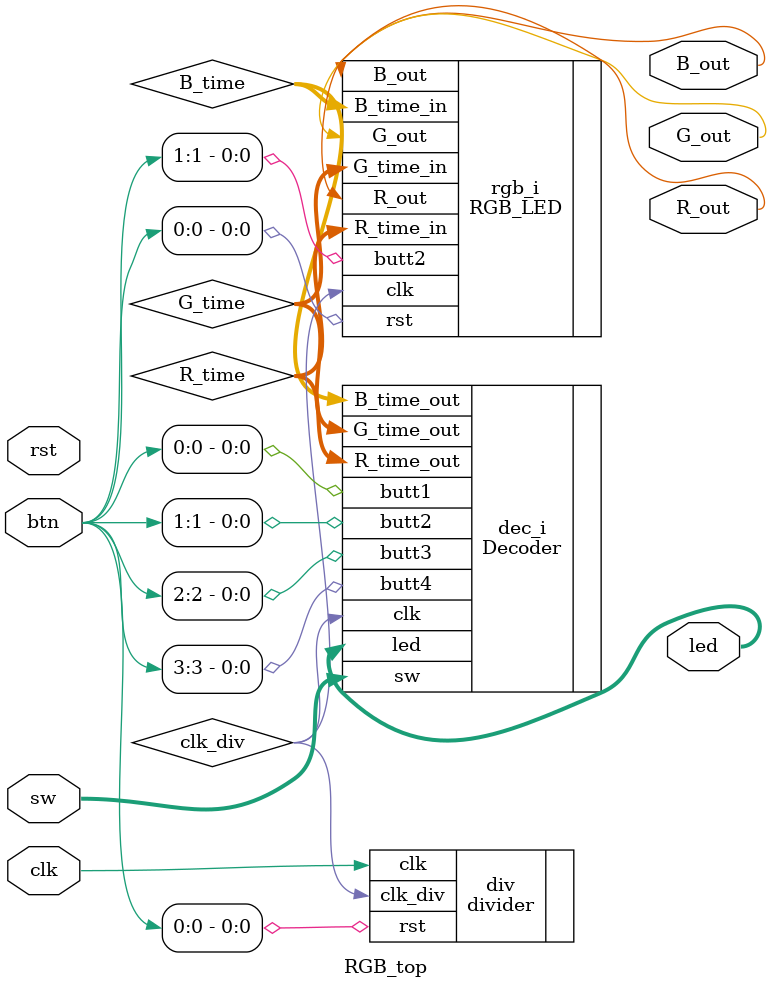
<source format=v>
module RGB_top (
    input       clk,
    input       rst,
    input [1:0] sw,
    input [3:0] btn,
    output [3:0] led,
    output			R_out,
    output			G_out,
    output			B_out
);

  wire [7:0] R_time, G_time, B_time;

  Decoder dec_i(
    .clk(clk_div),
    .sw ( sw ),
    .butt1(btn[0]),
    .butt2(btn[1]),
    .butt3(btn[2]),
    .butt4(btn[3]),
    .led(led),
    .R_time_out ( R_time ),
    .G_time_out ( G_time ),
    .B_time_out ( B_time )
  );

  RGB_LED rgb_i (
    .clk ( clk_div ),
    .rst ( btn[0] ),
    .butt2(btn[1]),
    .R_time_in ( R_time ),
    .G_time_in ( G_time ),
    .B_time_in ( B_time ),
    .R_out ( R_out ),
    .G_out ( G_out ),
    .B_out ( B_out )
  );
  divider div(
   .clk(clk) ,
   .rst(btn[0]) ,
   .clk_div(clk_div)
   );
endmodule // RGB_top

</source>
